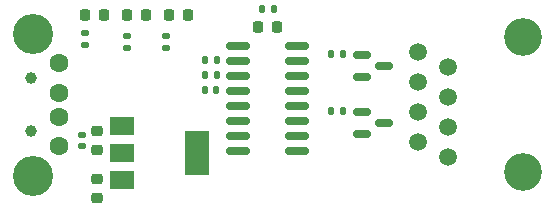
<source format=gbr>
%TF.GenerationSoftware,KiCad,Pcbnew,(6.0.4)*%
%TF.CreationDate,2023-01-25T11:34:55+09:00*%
%TF.ProjectId,naraetracker-usb-convertor,6e617261-6574-4726-9163-6b65722d7573,rev?*%
%TF.SameCoordinates,Original*%
%TF.FileFunction,Soldermask,Top*%
%TF.FilePolarity,Negative*%
%FSLAX46Y46*%
G04 Gerber Fmt 4.6, Leading zero omitted, Abs format (unit mm)*
G04 Created by KiCad (PCBNEW (6.0.4)) date 2023-01-25 11:34:55*
%MOMM*%
%LPD*%
G01*
G04 APERTURE LIST*
G04 Aperture macros list*
%AMRoundRect*
0 Rectangle with rounded corners*
0 $1 Rounding radius*
0 $2 $3 $4 $5 $6 $7 $8 $9 X,Y pos of 4 corners*
0 Add a 4 corners polygon primitive as box body*
4,1,4,$2,$3,$4,$5,$6,$7,$8,$9,$2,$3,0*
0 Add four circle primitives for the rounded corners*
1,1,$1+$1,$2,$3*
1,1,$1+$1,$4,$5*
1,1,$1+$1,$6,$7*
1,1,$1+$1,$8,$9*
0 Add four rect primitives between the rounded corners*
20,1,$1+$1,$2,$3,$4,$5,0*
20,1,$1+$1,$4,$5,$6,$7,0*
20,1,$1+$1,$6,$7,$8,$9,0*
20,1,$1+$1,$8,$9,$2,$3,0*%
G04 Aperture macros list end*
%ADD10RoundRect,0.150000X-0.825000X-0.150000X0.825000X-0.150000X0.825000X0.150000X-0.825000X0.150000X0*%
%ADD11RoundRect,0.225000X-0.250000X0.225000X-0.250000X-0.225000X0.250000X-0.225000X0.250000X0.225000X0*%
%ADD12RoundRect,0.135000X-0.135000X-0.185000X0.135000X-0.185000X0.135000X0.185000X-0.135000X0.185000X0*%
%ADD13RoundRect,0.140000X-0.140000X-0.170000X0.140000X-0.170000X0.140000X0.170000X-0.140000X0.170000X0*%
%ADD14RoundRect,0.140000X0.170000X-0.140000X0.170000X0.140000X-0.170000X0.140000X-0.170000X-0.140000X0*%
%ADD15RoundRect,0.218750X-0.218750X-0.256250X0.218750X-0.256250X0.218750X0.256250X-0.218750X0.256250X0*%
%ADD16C,3.200000*%
%ADD17C,1.520000*%
%ADD18R,2.000000X1.500000*%
%ADD19R,2.000000X3.800000*%
%ADD20C,1.000000*%
%ADD21C,1.600000*%
%ADD22C,3.400000*%
%ADD23RoundRect,0.135000X0.135000X0.185000X-0.135000X0.185000X-0.135000X-0.185000X0.135000X-0.185000X0*%
%ADD24RoundRect,0.135000X-0.185000X0.135000X-0.185000X-0.135000X0.185000X-0.135000X0.185000X0.135000X0*%
%ADD25RoundRect,0.150000X-0.587500X-0.150000X0.587500X-0.150000X0.587500X0.150000X-0.587500X0.150000X0*%
%ADD26RoundRect,0.225000X0.250000X-0.225000X0.250000X0.225000X-0.250000X0.225000X-0.250000X-0.225000X0*%
%ADD27RoundRect,0.225000X-0.225000X-0.250000X0.225000X-0.250000X0.225000X0.250000X-0.225000X0.250000X0*%
G04 APERTURE END LIST*
D10*
%TO.C,U2*%
X122747000Y-83947000D03*
X122747000Y-85217000D03*
X122747000Y-86487000D03*
X122747000Y-87757000D03*
X122747000Y-89027000D03*
X122747000Y-90297000D03*
X122747000Y-91567000D03*
X122747000Y-92837000D03*
X127697000Y-92837000D03*
X127697000Y-91567000D03*
X127697000Y-90297000D03*
X127697000Y-89027000D03*
X127697000Y-87757000D03*
X127697000Y-86487000D03*
X127697000Y-85217000D03*
X127697000Y-83947000D03*
%TD*%
D11*
%TO.C,C1*%
X110744000Y-95224000D03*
X110744000Y-96774000D03*
%TD*%
D12*
%TO.C,R4*%
X130554000Y-84582000D03*
X131574000Y-84582000D03*
%TD*%
D13*
%TO.C,C5*%
X124770000Y-80772000D03*
X125730000Y-80772000D03*
%TD*%
D14*
%TO.C,C3*%
X109474000Y-92428000D03*
X109474000Y-91468000D03*
%TD*%
D15*
%TO.C,LEDRX1*%
X113337000Y-81280000D03*
X114912000Y-81280000D03*
%TD*%
%TO.C,LEDPW1*%
X109781000Y-81280000D03*
X111356000Y-81280000D03*
%TD*%
D16*
%TO.C,RJ1*%
X146812000Y-94620000D03*
X146812000Y-83190000D03*
D17*
X140462000Y-93340000D03*
X137922000Y-92070000D03*
X140462000Y-90800000D03*
X137922000Y-89530000D03*
X140462000Y-88270000D03*
X137922000Y-87000000D03*
X140462000Y-85720000D03*
X137922000Y-84460000D03*
%TD*%
D18*
%TO.C,U1*%
X112928000Y-90664000D03*
D19*
X119228000Y-92964000D03*
D18*
X112928000Y-92964000D03*
X112928000Y-95264000D03*
%TD*%
D20*
%TO.C,USB1*%
X105191000Y-91150000D03*
X105191000Y-86650000D03*
D21*
X107541000Y-92400000D03*
X107541000Y-89900000D03*
X107541000Y-87900000D03*
X107521000Y-85400000D03*
D22*
X105381000Y-94900000D03*
X105381000Y-82900000D03*
%TD*%
D23*
%TO.C,R2*%
X120904000Y-86360000D03*
X119884000Y-86360000D03*
%TD*%
D24*
%TO.C,R6*%
X116586000Y-83058000D03*
X116586000Y-84078000D03*
%TD*%
D23*
%TO.C,R1*%
X120906000Y-85090000D03*
X119886000Y-85090000D03*
%TD*%
D24*
%TO.C,R5*%
X109728000Y-82800000D03*
X109728000Y-83820000D03*
%TD*%
D25*
%TO.C,Q2*%
X133174500Y-84648000D03*
X133174500Y-86548000D03*
X135049500Y-85598000D03*
%TD*%
D15*
%TO.C,LEDTX1*%
X116893000Y-81280000D03*
X118468000Y-81280000D03*
%TD*%
D26*
%TO.C,C2*%
X110744000Y-92710000D03*
X110744000Y-91160000D03*
%TD*%
D13*
%TO.C,C4*%
X119916000Y-87630000D03*
X120876000Y-87630000D03*
%TD*%
D24*
%TO.C,R7*%
X113284000Y-83058000D03*
X113284000Y-84078000D03*
%TD*%
D25*
%TO.C,Q1*%
X133174500Y-89474000D03*
X133174500Y-91374000D03*
X135049500Y-90424000D03*
%TD*%
D27*
%TO.C,C6*%
X124434000Y-82296000D03*
X125984000Y-82296000D03*
%TD*%
D12*
%TO.C,R3*%
X130552000Y-89408000D03*
X131572000Y-89408000D03*
%TD*%
M02*

</source>
